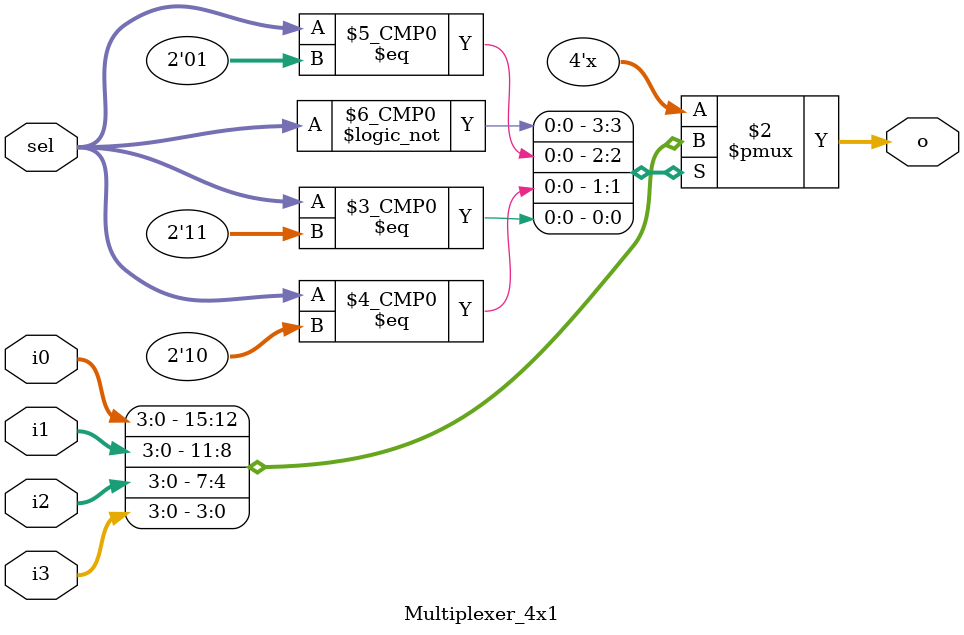
<source format=v>
`timescale 1ns / 1ps


module Multiplexer_4x1 #(parameter size=4)(
    o,
    sel,
    i0,
    i1,
    i2,
    i3
    );
    
    output reg [size-1:0]o;
    input [1:0]sel;
    input [size-1:0]i0;
    input [size-1:0]i1;
    input [size-1:0]i2;
    input [size-1:0]i3;
    
    always@(*)
    begin
        case(sel)
            'b00 : o = i0;
            'b01 : o = i1;
            'b10 : o = i2;
            'b11 : o = i3;
            default : o = i0;
        endcase
    end
endmodule

</source>
